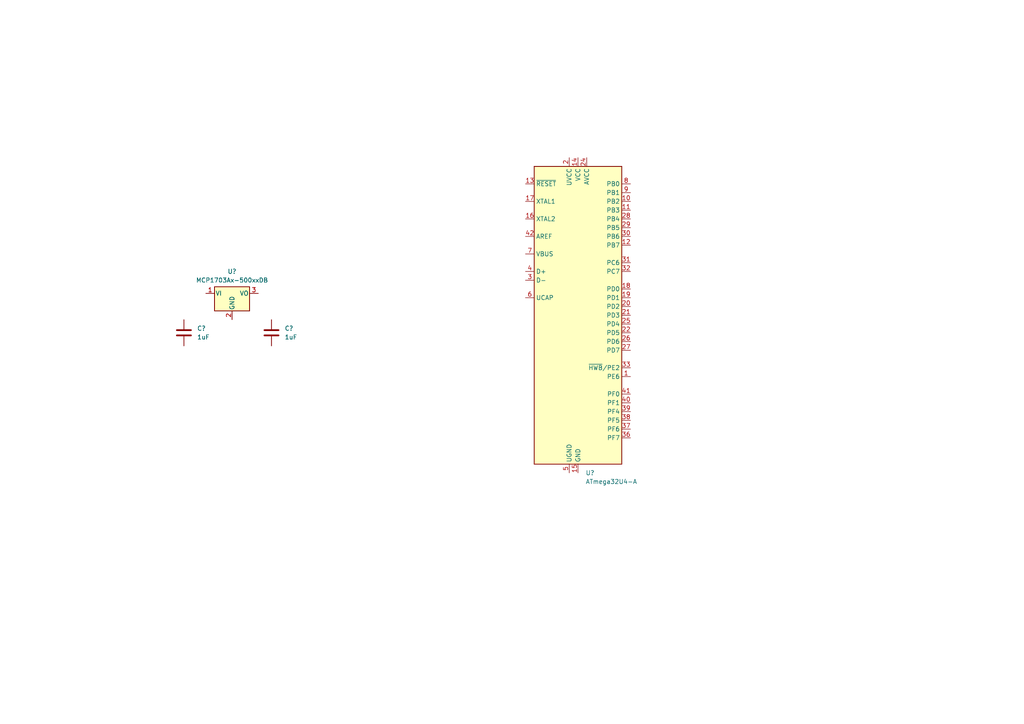
<source format=kicad_sch>
(kicad_sch (version 20230121) (generator eeschema)
  (paper "A4")
  (lib_symbols
    (symbol "Device:C" (pin_numbers hide) (pin_names (offset 0.254))
      (property "Reference" "C" (at 0.635 2.54 0))
      (property "Value" "C" (at 0.635 -2.54 0))
      (symbol "C_0_1"
        (polyline (pts (xy -2.032 -0.762) (xy 2.032 -0.762)) (stroke (width 0.508)))
        (polyline (pts (xy -2.032 0.762) (xy 2.032 0.762)) (stroke (width 0.508)))
      )
      (symbol "C_1_1"
        (pin passive line (at 0 3.81 270) (length 2.794) (name "~") (number "1"))
        (pin passive line (at 0 -3.81 90) (length 2.794) (name "~") (number "2"))
      )
    )
    (symbol "MCU_Microchip_ATmega:ATmega32U4-A"
      (property "Reference" "U" (at -12.7 44.45 0))
      (property "Value" "ATmega32U4-A" (at 2.54 -44.45 0))
      (symbol "ATmega32U4-A_0_1"
        (rectangle (start -12.7 -43.18) (end 12.7 43.18) (stroke (width 0.254)) (fill (type background)))
      )
      (symbol "ATmega32U4-A_1_1"
        (pin bidirectional line (at 15.24 -17.78 180) (length 2.54) (name "PE6") (number "1"))
        (pin bidirectional line (at 15.24 33.02 180) (length 2.54) (name "PB2") (number "10"))
        (pin bidirectional line (at 15.24 30.48 180) (length 2.54) (name "PB3") (number "11"))
        (pin bidirectional line (at 15.24 20.32 180) (length 2.54) (name "PB7") (number "12"))
        (pin input line (at -15.24 38.1 0) (length 2.54) (name "~{RESET}") (number "13"))
        (pin power_in line (at 0 45.72 270) (length 2.54) (name "VCC") (number "14"))
        (pin power_in line (at 0 -45.72 90) (length 2.54) (name "GND") (number "15"))
        (pin output line (at -15.24 27.94 0) (length 2.54) (name "XTAL2") (number "16"))
        (pin input line (at -15.24 33.02 0) (length 2.54) (name "XTAL1") (number "17"))
        (pin bidirectional line (at 15.24 7.62 180) (length 2.54) (name "PD0") (number "18"))
        (pin bidirectional line (at 15.24 5.08 180) (length 2.54) (name "PD1") (number "19"))
        (pin power_in line (at -2.54 45.72 270) (length 2.54) (name "UVCC") (number "2"))
        (pin bidirectional line (at 15.24 2.54 180) (length 2.54) (name "PD2") (number "20"))
        (pin bidirectional line (at 15.24 0 180) (length 2.54) (name "PD3") (number "21"))
        (pin bidirectional line (at 15.24 -5.08 180) (length 2.54) (name "PD5") (number "22"))
        (pin passive line (at 0 -45.72 90) (length 2.54) hide (name "GND") (number "23"))
        (pin power_in line (at 2.54 45.72 270) (length 2.54) (name "AVCC") (number "24"))
        (pin bidirectional line (at 15.24 -2.54 180) (length 2.54) (name "PD4") (number "25"))
        (pin bidirectional line (at 15.24 -7.62 180) (length 2.54) (name "PD6") (number "26"))
        (pin bidirectional line (at 15.24 -10.16 180) (length 2.54) (name "PD7") (number "27"))
        (pin bidirectional line (at 15.24 27.94 180) (length 2.54) (name "PB4") (number "28"))
        (pin bidirectional line (at 15.24 25.4 180) (length 2.54) (name "PB5") (number "29"))
        (pin bidirectional line (at -15.24 10.16 0) (length 2.54) (name "D-") (number "3"))
        (pin bidirectional line (at 15.24 22.86 180) (length 2.54) (name "PB6") (number "30"))
        (pin bidirectional line (at 15.24 15.24 180) (length 2.54) (name "PC6") (number "31"))
        (pin bidirectional line (at 15.24 12.7 180) (length 2.54) (name "PC7") (number "32"))
        (pin bidirectional line (at 15.24 -15.24 180) (length 2.54) (name "~{HWB}/PE2") (number "33"))
        (pin passive line (at 0 45.72 270) (length 2.54) hide (name "VCC") (number "34"))
        (pin passive line (at 0 -45.72 90) (length 2.54) hide (name "GND") (number "35"))
        (pin bidirectional line (at 15.24 -35.56 180) (length 2.54) (name "PF7") (number "36"))
        (pin bidirectional line (at 15.24 -33.02 180) (length 2.54) (name "PF6") (number "37"))
        (pin bidirectional line (at 15.24 -30.48 180) (length 2.54) (name "PF5") (number "38"))
        (pin bidirectional line (at 15.24 -27.94 180) (length 2.54) (name "PF4") (number "39"))
        (pin bidirectional line (at -15.24 12.7 0) (length 2.54) (name "D+") (number "4"))
        (pin bidirectional line (at 15.24 -25.4 180) (length 2.54) (name "PF1") (number "40"))
        (pin bidirectional line (at 15.24 -22.86 180) (length 2.54) (name "PF0") (number "41"))
        (pin passive line (at -15.24 22.86 0) (length 2.54) (name "AREF") (number "42"))
        (pin passive line (at 0 -45.72 90) (length 2.54) hide (name "GND") (number "43"))
        (pin passive line (at 2.54 45.72 270) (length 2.54) hide (name "AVCC") (number "44"))
        (pin passive line (at -2.54 -45.72 90) (length 2.54) (name "UGND") (number "5"))
        (pin passive line (at -15.24 5.08 0) (length 2.54) (name "UCAP") (number "6"))
        (pin input line (at -15.24 17.78 0) (length 2.54) (name "VBUS") (number "7"))
        (pin bidirectional line (at 15.24 38.1 180) (length 2.54) (name "PB0") (number "8"))
        (pin bidirectional line (at 15.24 35.56 180) (length 2.54) (name "PB1") (number "9"))
      )
    )
    (symbol "Regulator_Linear:MCP1703Ax-500xxDB" (pin_names (offset 0.254))
      (property "Reference" "U" (at -3.81 3.175 0))
      (property "Value" "MCP1703Ax-500xxDB" (at 0 3.175 0))
      (symbol "MCP1703Ax-500xxDB_0_1"
        (rectangle (start -5.08 -5.08) (end 5.08 1.905) (stroke (width 0.254)) (fill (type background)))
      )
      (symbol "MCP1703Ax-500xxDB_1_1"
        (pin power_in line (at -7.62 0 0) (length 2.54) (name "VI") (number "1"))
        (pin power_in line (at 0 -7.62 90) (length 2.54) (name "GND") (number "2"))
        (pin power_out line (at 7.62 0 180) (length 2.54) (name "VO") (number "3"))
      )
    )
  )
  (symbol (lib_id "Device:C") (at 53.34 96.52 0) (unit 1)
    (property "Reference" "C?" (at 57.15 95.25 0) (effects (justify left)))
    (property "Value" "1uF" (at 57.15 97.79 0) (effects (justify left)))
  )
  (symbol (lib_id "MCU_Microchip_ATmega:ATmega32U4-A") (at 167.64 91.44 0) (unit 1)
    (property "Reference" "U?" (at 169.8341 137.16 0) (effects (justify left)))
    (property "Value" "ATmega32U4-A" (at 169.8341 139.7 0) (effects (justify left)))
    (property "Footprint" "Package_QFP:TQFP-44_10x10mm_P0.8mm" (effects hide))
    (property "Datasheet" "http://ww1.microchip.com/downloads/en/DeviceDoc/Atmel-7766-8-bit-AVR-ATmega16U4-32U4_Datasheet.pdf" (effects hide))
  )
  (symbol (lib_id "Device:C") (at 78.74 96.52 0) (unit 1)
    (property "Reference" "C?" (at 82.55 95.25 0) (effects (justify left)))
    (property "Value" "1uF" (at 82.55 97.79 0) (effects (justify left)))
  )
  (symbol (lib_id "Regulator_Linear:MCP1703Ax-500xxDB") (at 67.31 85.09 0) (unit 1)
    (property "Reference" "U?" (at 67.31 78.74 0))
    (property "Value" "MCP1703Ax-500xxDB" (at 67.31 81.28 0))
    (property "Footprint" "Package_TO_SOT_SMD:SOT-223-3_TabPin2" (effects hide))
    (property "Datasheet" "http://ww1.microchip.com/downloads/en/DeviceDoc/20005122B.pdf" (effects hide))
  )
)
</source>
